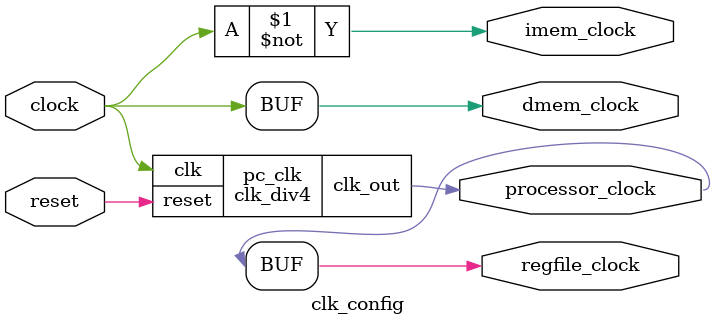
<source format=v>
module clk_div2(clk, reset, clk_out);

	input clk;
	input reset;
	output reg clk_out;

	always @(posedge clk or posedge reset)
	begin
		if (reset)
			clk_out <= 1'b0;
		else
			clk_out <= ~clk_out;	
	end
	
endmodule 

module clk_div4(clk, reset, clk_out);
	
	input clk;
	input reset;
	output clk_out;
	
	wire clk_2;
	
	clk_div2 div2 (clk,   reset, clk_2);
	clk_div2 div4 (clk_2, reset, clk_out);

endmodule

module clk_config(clock, reset, imem_clock, dmem_clock, processor_clock, regfile_clock);
	
	input clock, reset;
	output imem_clock, dmem_clock, processor_clock, regfile_clock;
	
	clk_div4 pc_clk  (clock, reset, processor_clock);
	assign regfile_clock = processor_clock;
	assign imem_clock = ~clock;
	assign dmem_clock = clock;

endmodule

</source>
